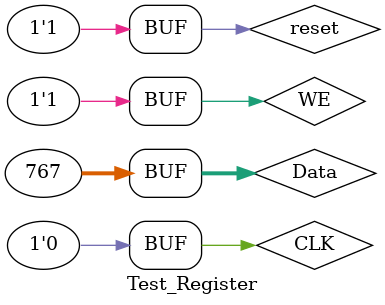
<source format=v>
`timescale 1ns / 1ps


module Test_Register;

	// Inputs
	reg [31:0] Data;
	reg CLK;
	reg WE;
	reg reset;

	// Outputs
	wire [31:0] Dout;

	// Instantiate the Unit Under Test (UUT)
	Register uut (
		.Data(Data), 
		.Dout(Dout), 
		.CLK(CLK), 
		.WE(WE), 
		.reset(reset)
	);
   always begin 
	CLK = 1; //Clock
	#0.001;
	CLK = 0;
	#0.001;
	end
	
	initial begin
		// Initialize Inputs
		reset = 0;
		WE = 1;
		Data = 32'b11111111111;
	
		#0.001;
		reset = 0;
		WE = 1;
		#0.002;
		Data = 32'b1011111111;
		#0.002;
		WE = 1;
		#0.001;
      reset = 1;
		WE = 1;
		Data = 32'b1111111111111;
		#0.002;
		Data = 32'b1011111111;
		#0.002;
		
		reset = 1;
	
		// Add stimulus here
        
		// Add stimulus here

	end
      
endmodule


</source>
